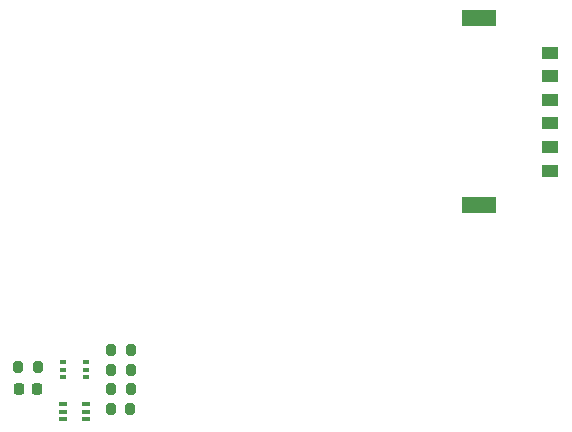
<source format=gbp>
%TF.GenerationSoftware,KiCad,Pcbnew,(6.0.5)*%
%TF.CreationDate,2022-07-09T16:18:45-07:00*%
%TF.ProjectId,solar-panel-side-Y-minus,736f6c61-722d-4706-916e-656c2d736964,rev?*%
%TF.SameCoordinates,Original*%
%TF.FileFunction,Paste,Bot*%
%TF.FilePolarity,Positive*%
%FSLAX46Y46*%
G04 Gerber Fmt 4.6, Leading zero omitted, Abs format (unit mm)*
G04 Created by KiCad (PCBNEW (6.0.5)) date 2022-07-09 16:18:45*
%MOMM*%
%LPD*%
G01*
G04 APERTURE LIST*
G04 Aperture macros list*
%AMRoundRect*
0 Rectangle with rounded corners*
0 $1 Rounding radius*
0 $2 $3 $4 $5 $6 $7 $8 $9 X,Y pos of 4 corners*
0 Add a 4 corners polygon primitive as box body*
4,1,4,$2,$3,$4,$5,$6,$7,$8,$9,$2,$3,0*
0 Add four circle primitives for the rounded corners*
1,1,$1+$1,$2,$3*
1,1,$1+$1,$4,$5*
1,1,$1+$1,$6,$7*
1,1,$1+$1,$8,$9*
0 Add four rect primitives between the rounded corners*
20,1,$1+$1,$2,$3,$4,$5,0*
20,1,$1+$1,$4,$5,$6,$7,0*
20,1,$1+$1,$6,$7,$8,$9,0*
20,1,$1+$1,$8,$9,$2,$3,0*%
G04 Aperture macros list end*
%ADD10R,1.450000X1.100000*%
%ADD11R,2.900000X1.350000*%
%ADD12RoundRect,0.200000X0.200000X0.275000X-0.200000X0.275000X-0.200000X-0.275000X0.200000X-0.275000X0*%
%ADD13RoundRect,0.200000X-0.200000X-0.275000X0.200000X-0.275000X0.200000X0.275000X-0.200000X0.275000X0*%
%ADD14R,0.600000X0.400000*%
%ADD15R,0.650000X0.400000*%
%ADD16RoundRect,0.225000X0.225000X0.250000X-0.225000X0.250000X-0.225000X-0.250000X0.225000X-0.250000X0*%
G04 APERTURE END LIST*
D10*
X177540000Y-67484000D03*
X177540000Y-65484000D03*
X177540000Y-63484000D03*
X177540000Y-61484000D03*
X177540000Y-59484000D03*
X177540000Y-57484000D03*
D11*
X171565000Y-70379000D03*
X171565000Y-54589000D03*
D12*
X142049000Y-85979000D03*
X140399000Y-85979000D03*
D13*
X140336000Y-87630000D03*
X141986000Y-87630000D03*
D14*
X138237000Y-83678000D03*
X138237000Y-84328000D03*
X138237000Y-84978000D03*
X136337000Y-84978000D03*
X136337000Y-84328000D03*
X136337000Y-83678000D03*
D13*
X132525000Y-84074000D03*
X134175000Y-84074000D03*
D12*
X142049000Y-82677000D03*
X140399000Y-82677000D03*
X142049000Y-84328000D03*
X140399000Y-84328000D03*
D15*
X138237000Y-87234000D03*
X138237000Y-87884000D03*
X138237000Y-88534000D03*
X136337000Y-88534000D03*
X136337000Y-87884000D03*
X136337000Y-87234000D03*
D16*
X134125000Y-85979000D03*
X132575000Y-85979000D03*
M02*

</source>
